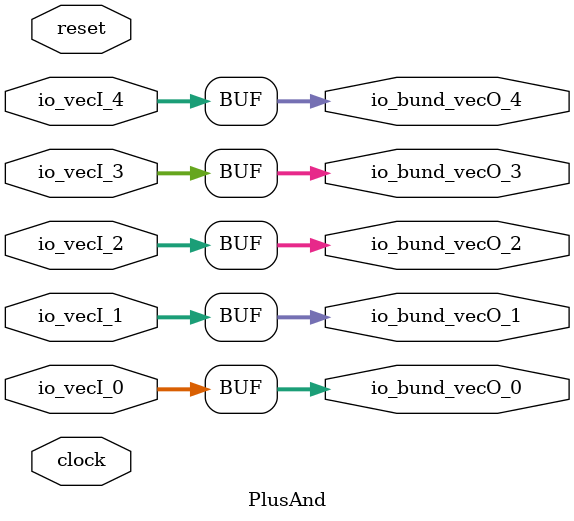
<source format=v>
module PlusAnd(
  input         clock,
  input         reset,
  input  [22:0] io_vecI_0,
  input  [22:0] io_vecI_1,
  input  [22:0] io_vecI_2,
  input  [22:0] io_vecI_3,
  input  [22:0] io_vecI_4,
  output [22:0] io_bund_vecO_0,
  output [22:0] io_bund_vecO_1,
  output [22:0] io_bund_vecO_2,
  output [22:0] io_bund_vecO_3,
  output [22:0] io_bund_vecO_4
);
  assign io_bund_vecO_0 = io_vecI_0; // @[PlusAnd.scala 15:16]
  assign io_bund_vecO_1 = io_vecI_1; // @[PlusAnd.scala 15:16]
  assign io_bund_vecO_2 = io_vecI_2; // @[PlusAnd.scala 15:16]
  assign io_bund_vecO_3 = io_vecI_3; // @[PlusAnd.scala 15:16]
  assign io_bund_vecO_4 = io_vecI_4; // @[PlusAnd.scala 15:16]
endmodule

</source>
